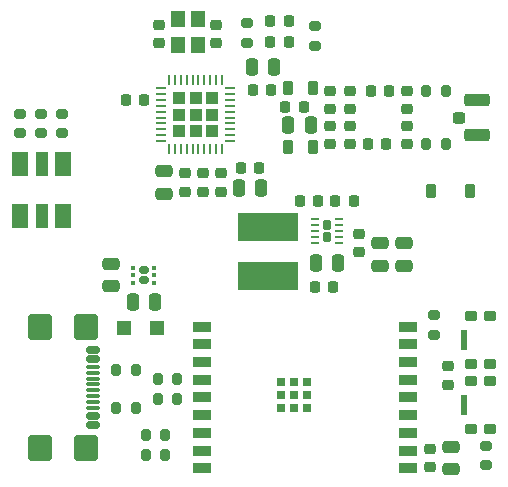
<source format=gbr>
%TF.GenerationSoftware,KiCad,Pcbnew,8.0.3*%
%TF.CreationDate,2024-07-12T15:36:06+02:00*%
%TF.ProjectId,Homekey,486f6d65-6b65-4792-9e6b-696361645f70,rev?*%
%TF.SameCoordinates,Original*%
%TF.FileFunction,Paste,Top*%
%TF.FilePolarity,Positive*%
%FSLAX46Y46*%
G04 Gerber Fmt 4.6, Leading zero omitted, Abs format (unit mm)*
G04 Created by KiCad (PCBNEW 8.0.3) date 2024-07-12 15:36:06*
%MOMM*%
%LPD*%
G01*
G04 APERTURE LIST*
G04 Aperture macros list*
%AMRoundRect*
0 Rectangle with rounded corners*
0 $1 Rounding radius*
0 $2 $3 $4 $5 $6 $7 $8 $9 X,Y pos of 4 corners*
0 Add a 4 corners polygon primitive as box body*
4,1,4,$2,$3,$4,$5,$6,$7,$8,$9,$2,$3,0*
0 Add four circle primitives for the rounded corners*
1,1,$1+$1,$2,$3*
1,1,$1+$1,$4,$5*
1,1,$1+$1,$6,$7*
1,1,$1+$1,$8,$9*
0 Add four rect primitives between the rounded corners*
20,1,$1+$1,$2,$3,$4,$5,0*
20,1,$1+$1,$4,$5,$6,$7,0*
20,1,$1+$1,$6,$7,$8,$9,0*
20,1,$1+$1,$8,$9,$2,$3,0*%
G04 Aperture macros list end*
%ADD10RoundRect,0.200000X-0.200000X-0.275000X0.200000X-0.275000X0.200000X0.275000X-0.200000X0.275000X0*%
%ADD11RoundRect,0.225000X0.250000X-0.225000X0.250000X0.225000X-0.250000X0.225000X-0.250000X-0.225000X0*%
%ADD12RoundRect,0.250000X0.250000X0.475000X-0.250000X0.475000X-0.250000X-0.475000X0.250000X-0.475000X0*%
%ADD13RoundRect,0.225000X-0.225000X-0.250000X0.225000X-0.250000X0.225000X0.250000X-0.225000X0.250000X0*%
%ADD14RoundRect,0.225000X-0.250000X0.225000X-0.250000X-0.225000X0.250000X-0.225000X0.250000X0.225000X0*%
%ADD15RoundRect,0.182500X0.182500X0.222500X-0.182500X0.222500X-0.182500X-0.222500X0.182500X-0.222500X0*%
%ADD16RoundRect,0.062500X0.300000X0.062500X-0.300000X0.062500X-0.300000X-0.062500X0.300000X-0.062500X0*%
%ADD17RoundRect,0.250000X-0.475000X0.250000X-0.475000X-0.250000X0.475000X-0.250000X0.475000X0.250000X0*%
%ADD18RoundRect,0.218750X0.256250X-0.218750X0.256250X0.218750X-0.256250X0.218750X-0.256250X-0.218750X0*%
%ADD19RoundRect,0.218750X0.218750X0.381250X-0.218750X0.381250X-0.218750X-0.381250X0.218750X-0.381250X0*%
%ADD20RoundRect,0.250000X-0.250000X-0.475000X0.250000X-0.475000X0.250000X0.475000X-0.250000X0.475000X0*%
%ADD21RoundRect,0.225000X0.225000X0.250000X-0.225000X0.250000X-0.225000X-0.250000X0.225000X-0.250000X0*%
%ADD22RoundRect,0.225000X-0.225000X-0.375000X0.225000X-0.375000X0.225000X0.375000X-0.225000X0.375000X0*%
%ADD23RoundRect,0.218750X-0.218750X-0.381250X0.218750X-0.381250X0.218750X0.381250X-0.218750X0.381250X0*%
%ADD24RoundRect,0.200000X-0.275000X0.200000X-0.275000X-0.200000X0.275000X-0.200000X0.275000X0.200000X0*%
%ADD25RoundRect,0.200000X0.275000X-0.200000X0.275000X0.200000X-0.275000X0.200000X-0.275000X-0.200000X0*%
%ADD26RoundRect,0.135000X0.365000X-0.315000X0.365000X0.315000X-0.365000X0.315000X-0.365000X-0.315000X0*%
%ADD27RoundRect,0.082500X0.192500X-0.767500X0.192500X0.767500X-0.192500X0.767500X-0.192500X-0.767500X0*%
%ADD28RoundRect,0.250000X-0.275000X-0.250000X0.275000X-0.250000X0.275000X0.250000X-0.275000X0.250000X0*%
%ADD29RoundRect,0.250000X-0.850000X-0.275000X0.850000X-0.275000X0.850000X0.275000X-0.850000X0.275000X0*%
%ADD30RoundRect,0.250000X0.300000X0.300000X-0.300000X0.300000X-0.300000X-0.300000X0.300000X-0.300000X0*%
%ADD31RoundRect,0.062500X0.375000X0.062500X-0.375000X0.062500X-0.375000X-0.062500X0.375000X-0.062500X0*%
%ADD32RoundRect,0.062500X0.062500X0.375000X-0.062500X0.375000X-0.062500X-0.375000X0.062500X-0.375000X0*%
%ADD33R,5.100000X2.350000*%
%ADD34R,1.200000X1.200000*%
%ADD35R,1.400000X2.000000*%
%ADD36R,1.000000X2.000000*%
%ADD37RoundRect,0.160000X-0.245000X-0.160000X0.245000X-0.160000X0.245000X0.160000X-0.245000X0.160000X0*%
%ADD38RoundRect,0.093750X-0.093750X-0.106250X0.093750X-0.106250X0.093750X0.106250X-0.093750X0.106250X0*%
%ADD39R,0.700000X0.700000*%
%ADD40R,1.500000X0.900000*%
%ADD41RoundRect,0.250000X0.475000X-0.250000X0.475000X0.250000X-0.475000X0.250000X-0.475000X-0.250000X0*%
%ADD42RoundRect,0.150000X-0.425000X0.150000X-0.425000X-0.150000X0.425000X-0.150000X0.425000X0.150000X0*%
%ADD43RoundRect,0.075000X-0.500000X0.075000X-0.500000X-0.075000X0.500000X-0.075000X0.500000X0.075000X0*%
%ADD44RoundRect,0.250000X-0.750000X0.840000X-0.750000X-0.840000X0.750000X-0.840000X0.750000X0.840000X0*%
%ADD45R,1.200000X1.400000*%
G04 APERTURE END LIST*
D10*
%TO.C,R9*%
X166175000Y-94600000D03*
X167825000Y-94600000D03*
%TD*%
D11*
%TO.C,C22*%
X187250000Y-70025000D03*
X187250000Y-68475000D03*
%TD*%
D12*
%TO.C,C30*%
X165950000Y-86350000D03*
X164050000Y-86350000D03*
%TD*%
D10*
%TO.C,R6*%
X162675000Y-92100000D03*
X164325000Y-92100000D03*
%TD*%
D13*
%TO.C,C15*%
X175725000Y-62600000D03*
X177275000Y-62600000D03*
%TD*%
D14*
%TO.C,C4*%
X166250000Y-62875000D03*
X166250000Y-64425000D03*
%TD*%
D15*
%TO.C,U3*%
X180525000Y-80850000D03*
X180525000Y-79850000D03*
D16*
X181537500Y-81350000D03*
X181537500Y-80850000D03*
X181537500Y-80350000D03*
X181537500Y-79850000D03*
X181537500Y-79350000D03*
X179512500Y-79350000D03*
X179512500Y-79850000D03*
X179512500Y-80350000D03*
X179512500Y-80850000D03*
X179512500Y-81350000D03*
%TD*%
D17*
%TO.C,C13*%
X166750000Y-75300000D03*
X166750000Y-77200000D03*
%TD*%
D14*
%TO.C,C32*%
X189250000Y-98825000D03*
X189250000Y-100375000D03*
%TD*%
D18*
%TO.C,FB1*%
X168500000Y-77037500D03*
X168500000Y-75462500D03*
%TD*%
D19*
%TO.C,L1*%
X179312500Y-68250000D03*
X177187500Y-68250000D03*
%TD*%
D11*
%TO.C,C1*%
X171150000Y-64425000D03*
X171150000Y-62875000D03*
%TD*%
D20*
%TO.C,C27*%
X179550000Y-83100000D03*
X181450000Y-83100000D03*
%TD*%
D21*
%TO.C,C24*%
X179775000Y-77850000D03*
X178225000Y-77850000D03*
%TD*%
D13*
%TO.C,C21*%
X183975000Y-73000000D03*
X185525000Y-73000000D03*
%TD*%
D22*
%TO.C,D1*%
X189350000Y-76950000D03*
X192650000Y-76950000D03*
%TD*%
D20*
%TO.C,C6*%
X173050000Y-76750000D03*
X174950000Y-76750000D03*
%TD*%
D23*
%TO.C,L2*%
X177187500Y-73250000D03*
X179312500Y-73250000D03*
%TD*%
D21*
%TO.C,C7*%
X175775000Y-68450000D03*
X174225000Y-68450000D03*
%TD*%
D24*
%TO.C,R2*%
X173750000Y-62775000D03*
X173750000Y-64425000D03*
%TD*%
D10*
%TO.C,R7*%
X162675000Y-95350000D03*
X164325000Y-95350000D03*
%TD*%
D25*
%TO.C,R11*%
X189600000Y-89150000D03*
X189600000Y-87500000D03*
%TD*%
D21*
%TO.C,C28*%
X181050000Y-85100000D03*
X179500000Y-85100000D03*
%TD*%
D14*
%TO.C,C17*%
X180750000Y-71475000D03*
X180750000Y-73025000D03*
%TD*%
D26*
%TO.C,RST1*%
X192700000Y-97150000D03*
X192700000Y-93050000D03*
X194300000Y-97150000D03*
X194300000Y-93050000D03*
D27*
X192075000Y-95100000D03*
%TD*%
D11*
%TO.C,C19*%
X182500000Y-73025000D03*
X182500000Y-71475000D03*
%TD*%
D28*
%TO.C,J1*%
X191700000Y-70750000D03*
D29*
X193225000Y-69275000D03*
X193225000Y-72225000D03*
%TD*%
D21*
%TO.C,C8*%
X178525000Y-69850000D03*
X176975000Y-69850000D03*
%TD*%
D30*
%TO.C,U2*%
X170750000Y-71870000D03*
X170750000Y-70500000D03*
X170750000Y-69130000D03*
X169380000Y-71870000D03*
X169380000Y-70500000D03*
X169380000Y-69130000D03*
X168010000Y-71870000D03*
X168010000Y-70500000D03*
X168010000Y-69130000D03*
D31*
X172317500Y-72750000D03*
X172317500Y-72250000D03*
X172317500Y-71750000D03*
X172317500Y-71250000D03*
X172317500Y-70750000D03*
X172317500Y-70250000D03*
X172317500Y-69750000D03*
X172317500Y-69250000D03*
X172317500Y-68750000D03*
X172317500Y-68250000D03*
D32*
X171630000Y-67562500D03*
X171130000Y-67562500D03*
X170630000Y-67562500D03*
X170130000Y-67562500D03*
X169630000Y-67562500D03*
X169130000Y-67562500D03*
X168630000Y-67562500D03*
X168130000Y-67562500D03*
X167630000Y-67562500D03*
X167130000Y-67562500D03*
D31*
X166442500Y-68250000D03*
X166442500Y-68750000D03*
X166442500Y-69250000D03*
X166442500Y-69750000D03*
X166442500Y-70250000D03*
X166442500Y-70750000D03*
X166442500Y-71250000D03*
X166442500Y-71750000D03*
X166442500Y-72250000D03*
X166442500Y-72750000D03*
D32*
X167130000Y-73437500D03*
X167630000Y-73437500D03*
X168130000Y-73437500D03*
X168630000Y-73437500D03*
X169130000Y-73437500D03*
X169630000Y-73437500D03*
X170130000Y-73437500D03*
X170630000Y-73437500D03*
X171130000Y-73437500D03*
X171630000Y-73437500D03*
%TD*%
D25*
%TO.C,R15*%
X154550000Y-72075000D03*
X154550000Y-70425000D03*
%TD*%
D21*
%TO.C,C5*%
X174775000Y-75000000D03*
X173225000Y-75000000D03*
%TD*%
D13*
%TO.C,C26*%
X181225000Y-77850000D03*
X182775000Y-77850000D03*
%TD*%
D17*
%TO.C,C31*%
X162250000Y-83150000D03*
X162250000Y-85050000D03*
%TD*%
D11*
%TO.C,C9*%
X171500000Y-77025000D03*
X171500000Y-75475000D03*
%TD*%
D20*
%TO.C,C11*%
X177250000Y-71350000D03*
X179150000Y-71350000D03*
%TD*%
%TO.C,C10*%
X174150000Y-66450000D03*
X176050000Y-66450000D03*
%TD*%
D10*
%TO.C,R1*%
X165175000Y-99350000D03*
X166825000Y-99350000D03*
%TD*%
%TO.C,R5*%
X188925000Y-73000000D03*
X190575000Y-73000000D03*
%TD*%
D18*
%TO.C,FB2*%
X170000000Y-77037500D03*
X170000000Y-75462500D03*
%TD*%
D25*
%TO.C,R13*%
X158050000Y-72075000D03*
X158050000Y-70425000D03*
%TD*%
D33*
%TO.C,L3*%
X175525000Y-80025000D03*
X175525000Y-84175000D03*
%TD*%
D34*
%TO.C,D2*%
X166150000Y-88600000D03*
X163350000Y-88600000D03*
%TD*%
D10*
%TO.C,R8*%
X166175000Y-92850000D03*
X167825000Y-92850000D03*
%TD*%
D35*
%TO.C,D3*%
X158150000Y-74650000D03*
D36*
X156350000Y-74650000D03*
D35*
X154550000Y-74650000D03*
X154550000Y-79050000D03*
D36*
X156350000Y-79050000D03*
D35*
X158150000Y-79050000D03*
%TD*%
D26*
%TO.C,BOOT1*%
X192700000Y-91650000D03*
X192700000Y-87550000D03*
X194300000Y-91650000D03*
X194300000Y-87550000D03*
D27*
X192075000Y-89600000D03*
%TD*%
D37*
%TO.C,U4*%
X165000000Y-83700000D03*
X165000000Y-84500000D03*
D38*
X164112500Y-83450000D03*
X164112500Y-84100000D03*
X164112500Y-84750000D03*
X165887500Y-84750000D03*
X165887500Y-84100000D03*
X165887500Y-83450000D03*
%TD*%
D11*
%TO.C,C23*%
X187250000Y-73025000D03*
X187250000Y-71475000D03*
%TD*%
%TO.C,C16*%
X182500000Y-70025000D03*
X182500000Y-68475000D03*
%TD*%
D13*
%TO.C,C20*%
X184225000Y-68500000D03*
X185775000Y-68500000D03*
%TD*%
D25*
%TO.C,R10*%
X194000000Y-100175000D03*
X194000000Y-98525000D03*
%TD*%
D17*
%TO.C,C25*%
X185000000Y-81400000D03*
X185000000Y-83300000D03*
%TD*%
D10*
%TO.C,R4*%
X188925000Y-68500000D03*
X190575000Y-68500000D03*
%TD*%
%TO.C,R12*%
X165175000Y-97650000D03*
X166825000Y-97650000D03*
%TD*%
D25*
%TO.C,R14*%
X156300000Y-72075000D03*
X156300000Y-70425000D03*
%TD*%
D39*
%TO.C,U1*%
X178800000Y-95350000D03*
X178800000Y-94250000D03*
X178800000Y-93150000D03*
X177700000Y-95350000D03*
X177700000Y-94250000D03*
X177700000Y-93150000D03*
X176600000Y-95350000D03*
X176600000Y-94250000D03*
X176600000Y-93150000D03*
D40*
X187410000Y-100450000D03*
X187410000Y-98950000D03*
X187410000Y-97450000D03*
X187410000Y-95950000D03*
X187410000Y-94450000D03*
X187410000Y-92950000D03*
X187410000Y-91450000D03*
X187410000Y-89950000D03*
X187410000Y-88450000D03*
X169910000Y-88450000D03*
X169910000Y-89950000D03*
X169910000Y-91450000D03*
X169910000Y-92950000D03*
X169910000Y-94450000D03*
X169910000Y-95950000D03*
X169910000Y-97450000D03*
X169910000Y-98950000D03*
X169910000Y-100450000D03*
%TD*%
D17*
%TO.C,C3*%
X187000000Y-81400000D03*
X187000000Y-83300000D03*
%TD*%
D11*
%TO.C,C2*%
X183250000Y-82125000D03*
X183250000Y-80575000D03*
%TD*%
%TO.C,C18*%
X180750000Y-70025000D03*
X180750000Y-68475000D03*
%TD*%
D41*
%TO.C,C33*%
X191000000Y-100550000D03*
X191000000Y-98650000D03*
%TD*%
D42*
%TO.C,J3*%
X160680000Y-90400000D03*
X160680000Y-91200000D03*
D43*
X160680000Y-92350000D03*
X160680000Y-93350000D03*
X160680000Y-93850000D03*
X160680000Y-94850000D03*
D42*
X160680000Y-96000000D03*
X160680000Y-96800000D03*
X160680000Y-96800000D03*
X160680000Y-96000000D03*
D43*
X160680000Y-95350000D03*
X160680000Y-94350000D03*
X160680000Y-92850000D03*
X160680000Y-91850000D03*
D42*
X160680000Y-91200000D03*
X160680000Y-90400000D03*
D44*
X160105000Y-88490000D03*
X156175000Y-88490000D03*
X160105000Y-98710000D03*
X156175000Y-98710000D03*
%TD*%
D24*
%TO.C,R3*%
X179500000Y-63025000D03*
X179500000Y-64675000D03*
%TD*%
D13*
%TO.C,C14*%
X175725000Y-64350000D03*
X177275000Y-64350000D03*
%TD*%
D45*
%TO.C,Y1*%
X169600000Y-64650000D03*
X169600000Y-62450000D03*
X167900000Y-62450000D03*
X167900000Y-64650000D03*
%TD*%
D11*
%TO.C,C34*%
X190750000Y-93375000D03*
X190750000Y-91825000D03*
%TD*%
D13*
%TO.C,C12*%
X163475000Y-69250000D03*
X165025000Y-69250000D03*
%TD*%
M02*

</source>
